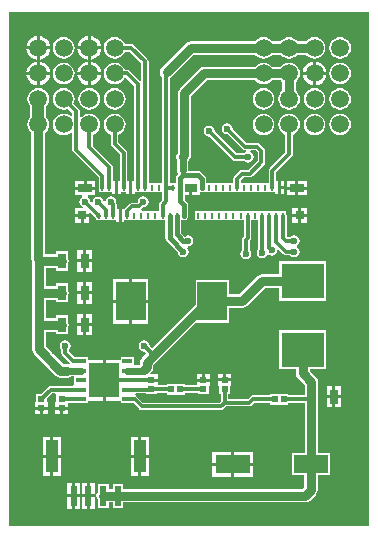
<source format=gtl>
G04*
G04 #@! TF.GenerationSoftware,Altium Limited,Altium Designer,18.0.7 (293)*
G04*
G04 Layer_Physical_Order=1*
G04 Layer_Color=255*
%FSLAX25Y25*%
%MOIN*%
G70*
G01*
G75*
%ADD11C,0.01181*%
%ADD17R,0.02756X0.02756*%
%ADD18R,0.00866X0.02047*%
%ADD19R,0.04724X0.02756*%
%ADD20R,0.03937X0.02756*%
%ADD21R,0.01968X0.02362*%
%ADD22R,0.02362X0.01968*%
%ADD23R,0.09843X0.12992*%
%ADD24R,0.11614X0.06299*%
%ADD25R,0.02756X0.05118*%
%ADD26R,0.02362X0.06693*%
%ADD27R,0.03937X0.11024*%
%ADD28R,0.14173X0.11811*%
%ADD32R,0.10200X0.11800*%
%ADD46R,0.03300X0.01400*%
%ADD47C,0.02362*%
%ADD48C,0.03150*%
%ADD49C,0.01575*%
%ADD50C,0.01500*%
%ADD51C,0.03937*%
%ADD52C,0.05906*%
%ADD53C,0.02362*%
G36*
X123031Y2953D02*
X2953D01*
Y174213D01*
X123031D01*
Y2953D01*
D02*
G37*
%LPC*%
G36*
X104803Y165976D02*
X103868Y165853D01*
X102996Y165492D01*
X102248Y164917D01*
X102012Y164610D01*
X99090D01*
X98854Y164917D01*
X98106Y165492D01*
X97234Y165853D01*
X96299Y165976D01*
X95364Y165853D01*
X94492Y165492D01*
X93744Y164917D01*
X93508Y164610D01*
X90586D01*
X90351Y164917D01*
X89602Y165492D01*
X88731Y165853D01*
X87795Y165976D01*
X86860Y165853D01*
X85988Y165492D01*
X85240Y164917D01*
X85004Y164610D01*
X63543D01*
X62683Y164439D01*
X61954Y163952D01*
X53922Y155920D01*
X53435Y155191D01*
X53264Y154331D01*
X53435Y153471D01*
X53922Y152741D01*
X54071Y152642D01*
Y117958D01*
X54016Y117480D01*
X53571Y117480D01*
X52153D01*
X51890Y117480D01*
X51390Y117480D01*
X49528Y117480D01*
X49473Y117958D01*
Y157874D01*
X49378Y158350D01*
X49108Y158754D01*
X44620Y163242D01*
X44216Y163512D01*
X43740Y163607D01*
X41551D01*
X41318Y164169D01*
X40744Y164917D01*
X39996Y165492D01*
X39124Y165853D01*
X38189Y165976D01*
X37254Y165853D01*
X36382Y165492D01*
X35634Y164917D01*
X35059Y164169D01*
X34699Y163297D01*
X34575Y162362D01*
X34699Y161427D01*
X35059Y160555D01*
X35634Y159807D01*
X36382Y159233D01*
X37254Y158872D01*
X38189Y158749D01*
X39124Y158872D01*
X39996Y159233D01*
X40744Y159807D01*
X41318Y160555D01*
X41551Y161118D01*
X43225D01*
X46984Y157359D01*
Y151644D01*
X46484Y151437D01*
X43183Y154738D01*
X42779Y155008D01*
X42303Y155103D01*
X41551D01*
X41318Y155665D01*
X40744Y156413D01*
X39996Y156988D01*
X39124Y157349D01*
X38189Y157472D01*
X37254Y157349D01*
X36382Y156988D01*
X35634Y156413D01*
X35059Y155665D01*
X34699Y154794D01*
X34575Y153858D01*
X34699Y152923D01*
X35059Y152051D01*
X35634Y151303D01*
X36382Y150729D01*
X37254Y150368D01*
X38189Y150245D01*
X39124Y150368D01*
X39996Y150729D01*
X40744Y151303D01*
X41318Y152051D01*
X41420Y152296D01*
X42003Y152398D01*
X44622Y149780D01*
Y117850D01*
X44004D01*
Y115827D01*
Y113803D01*
X44937D01*
Y114173D01*
X46929D01*
Y114173D01*
X47165D01*
Y114173D01*
X49028D01*
X49291Y114173D01*
X49791Y114173D01*
X51390D01*
X51653Y114173D01*
X52153Y114173D01*
X54016Y114173D01*
X54071Y113696D01*
Y111736D01*
X53254Y110919D01*
X52984Y110516D01*
X52890Y110039D01*
Y108627D01*
X52835Y108150D01*
X52390Y108150D01*
X50972D01*
X50709Y108150D01*
X50209Y108150D01*
X48610D01*
X48346Y108150D01*
X47846Y108150D01*
X47265D01*
X47113Y108650D01*
X47140Y108667D01*
X47664Y109192D01*
X47736Y109177D01*
X48443Y109318D01*
X49042Y109718D01*
X49442Y110317D01*
X49583Y111024D01*
X49442Y111730D01*
X49042Y112329D01*
X48443Y112730D01*
X47736Y112870D01*
X47030Y112730D01*
X46431Y112329D01*
X46030Y111730D01*
X45890Y111024D01*
X45455Y110792D01*
X43996D01*
X43520Y110697D01*
X43116Y110427D01*
X41443Y108754D01*
X41286Y108520D01*
X40461D01*
Y106496D01*
Y104472D01*
X41394D01*
Y104842D01*
X43122D01*
X43386Y104842D01*
Y104842D01*
X43622D01*
X43622Y104842D01*
X45484D01*
X45748Y104842D01*
X46248Y104842D01*
X47846D01*
X48110Y104842D01*
X48610Y104842D01*
X50209D01*
X50472Y104842D01*
X50972Y104842D01*
X52571D01*
X52835Y104842D01*
X53335Y104842D01*
X55089D01*
Y99016D01*
X55196Y98477D01*
X55501Y98021D01*
X59213Y94309D01*
X59318Y93782D01*
X59718Y93182D01*
X60317Y92782D01*
X61024Y92642D01*
X61730Y92782D01*
X62329Y93182D01*
X62730Y93782D01*
X62870Y94488D01*
X62730Y95195D01*
X62379Y95719D01*
X62501Y96027D01*
X62621Y96189D01*
X63305Y96326D01*
X63904Y96726D01*
X64304Y97325D01*
X64445Y98032D01*
X64304Y98738D01*
X63904Y99337D01*
X63305Y99737D01*
X62598Y99878D01*
X61892Y99737D01*
X61537Y99500D01*
X60265Y100772D01*
Y104842D01*
X62283D01*
Y105536D01*
X62556Y105943D01*
X62666Y106496D01*
Y110039D01*
X62556Y110592D01*
X62242Y111061D01*
X61484Y111819D01*
Y113213D01*
X63083D01*
Y115591D01*
X64083D01*
Y113213D01*
X66551D01*
Y114173D01*
X67925D01*
X68189Y114173D01*
Y114173D01*
X68425D01*
X68425Y114173D01*
X70287D01*
X70551Y114173D01*
X71051Y114173D01*
X72650D01*
X72913Y114173D01*
X73413Y114173D01*
X75012D01*
X75276Y114173D01*
X75776Y114173D01*
X77374D01*
X77638Y114173D01*
X78138Y114173D01*
X79736D01*
X80000Y114173D01*
X80500Y114173D01*
X82098D01*
X82362Y114173D01*
X82862Y114173D01*
X84461D01*
X84724Y114173D01*
X85224Y114173D01*
X86823D01*
X87087Y114173D01*
X87587Y114173D01*
X89185D01*
X89449Y114173D01*
X89949Y114173D01*
X91677D01*
Y113803D01*
X92610D01*
Y115827D01*
Y117850D01*
X91992D01*
Y120941D01*
X97179Y126128D01*
X97449Y126532D01*
X97544Y127008D01*
Y133488D01*
X98106Y133721D01*
X98854Y134295D01*
X99429Y135044D01*
X99790Y135915D01*
X99913Y136850D01*
X99790Y137786D01*
X99429Y138657D01*
X98854Y139406D01*
X98106Y139980D01*
X97234Y140341D01*
X96299Y140464D01*
X95364Y140341D01*
X94492Y139980D01*
X93744Y139406D01*
X93170Y138657D01*
X92809Y137786D01*
X92686Y136850D01*
X92809Y135915D01*
X93170Y135044D01*
X93744Y134295D01*
X94492Y133721D01*
X95055Y133488D01*
Y127523D01*
X89868Y122337D01*
X89598Y121933D01*
X89504Y121457D01*
Y117958D01*
X89449Y117480D01*
X89004Y117480D01*
X87587D01*
X87323Y117480D01*
X86823Y117480D01*
X85224D01*
X84961Y117480D01*
X84461Y117480D01*
X82862D01*
X82598Y117480D01*
X82098Y117480D01*
X80236Y117480D01*
X80181Y117958D01*
Y118284D01*
X81126Y119228D01*
X83268D01*
X83744Y119323D01*
X84148Y119592D01*
X87986Y123431D01*
X88256Y123835D01*
X88351Y124311D01*
Y128051D01*
X88256Y128527D01*
X87986Y128931D01*
X86608Y130309D01*
X86205Y130579D01*
X85728Y130674D01*
X82208D01*
X77521Y135361D01*
X77535Y135433D01*
X77395Y136140D01*
X76995Y136739D01*
X76396Y137139D01*
X75689Y137280D01*
X74982Y137139D01*
X74383Y136739D01*
X73983Y136140D01*
X73843Y135433D01*
X73983Y134726D01*
X74383Y134127D01*
X74982Y133727D01*
X75689Y133587D01*
X75761Y133601D01*
X80813Y128549D01*
X81217Y128279D01*
X81693Y128185D01*
X81894D01*
X81971Y127690D01*
X81371Y127290D01*
X81331Y127229D01*
X78862D01*
X71517Y134573D01*
X71531Y134646D01*
X71391Y135352D01*
X70991Y135951D01*
X70392Y136352D01*
X69685Y136492D01*
X68978Y136352D01*
X68379Y135951D01*
X67979Y135352D01*
X67839Y134646D01*
X67979Y133939D01*
X68379Y133340D01*
X68978Y132940D01*
X69685Y132799D01*
X69757Y132814D01*
X77466Y125104D01*
X77870Y124835D01*
X78347Y124740D01*
X81331D01*
X81371Y124679D01*
X81971Y124278D01*
X82677Y124138D01*
X83384Y124278D01*
X83983Y124679D01*
X84383Y125278D01*
X84524Y125984D01*
X84383Y126691D01*
X83983Y127290D01*
X83384Y127690D01*
X83460Y128185D01*
X85213D01*
X85862Y127536D01*
Y124827D01*
X82752Y121717D01*
X80610D01*
X80134Y121622D01*
X79730Y121352D01*
X78057Y119679D01*
X77787Y119275D01*
X77693Y118799D01*
Y117958D01*
X77638Y117480D01*
X77193Y117480D01*
X75776D01*
X75512Y117480D01*
X75012Y117480D01*
X73413D01*
X73150Y117480D01*
X72650Y117480D01*
X71051D01*
X70787Y117480D01*
X70287Y117480D01*
X68571D01*
Y118701D01*
X68461Y119254D01*
X68148Y119723D01*
X67006Y120864D01*
X66537Y121178D01*
X65984Y121288D01*
X62924D01*
X62607Y121674D01*
X62634Y121811D01*
Y124426D01*
X63100Y125124D01*
X63112Y125182D01*
X63494Y125754D01*
X63665Y126614D01*
Y146313D01*
X68963Y151610D01*
X85004D01*
X85240Y151303D01*
X85988Y150729D01*
X86860Y150368D01*
X87795Y150245D01*
X88731Y150368D01*
X89602Y150729D01*
X90351Y151303D01*
X90586Y151610D01*
X93508D01*
X93744Y151303D01*
X94051Y151067D01*
Y148145D01*
X93744Y147909D01*
X93170Y147161D01*
X92809Y146290D01*
X92686Y145354D01*
X92809Y144419D01*
X93170Y143547D01*
X93744Y142799D01*
X94492Y142225D01*
X95364Y141864D01*
X96299Y141741D01*
X97234Y141864D01*
X98106Y142225D01*
X98854Y142799D01*
X99429Y143547D01*
X99790Y144419D01*
X99913Y145354D01*
X99790Y146290D01*
X99429Y147161D01*
X98854Y147909D01*
X98547Y148145D01*
Y151067D01*
X98854Y151303D01*
X99429Y152051D01*
X99790Y152923D01*
X99913Y153858D01*
X99790Y154794D01*
X99429Y155665D01*
X98854Y156413D01*
X98106Y156988D01*
X97234Y157349D01*
X96299Y157472D01*
X95364Y157349D01*
X94492Y156988D01*
X93744Y156413D01*
X93508Y156106D01*
X90586D01*
X90351Y156413D01*
X89602Y156988D01*
X88731Y157349D01*
X87795Y157472D01*
X86860Y157349D01*
X85988Y156988D01*
X85240Y156413D01*
X85004Y156106D01*
X68032D01*
X67171Y155935D01*
X66442Y155448D01*
X59828Y148834D01*
X59341Y148104D01*
X59169Y147244D01*
Y127414D01*
X58947Y127081D01*
X58776Y126221D01*
Y125984D01*
X58941Y125154D01*
Y121811D01*
X59082Y121104D01*
X59342Y120714D01*
Y120441D01*
X59017Y120116D01*
X58704Y119648D01*
X58594Y119095D01*
Y117480D01*
X56614D01*
X56559Y117958D01*
Y152379D01*
X57101Y152741D01*
X64474Y160114D01*
X85004D01*
X85240Y159807D01*
X85988Y159233D01*
X86860Y158872D01*
X87795Y158749D01*
X88731Y158872D01*
X89602Y159233D01*
X90351Y159807D01*
X90586Y160114D01*
X93508D01*
X93744Y159807D01*
X94492Y159233D01*
X95364Y158872D01*
X96299Y158749D01*
X97234Y158872D01*
X98106Y159233D01*
X98854Y159807D01*
X99090Y160114D01*
X102012D01*
X102248Y159807D01*
X102996Y159233D01*
X103868Y158872D01*
X104803Y158749D01*
X105738Y158872D01*
X106610Y159233D01*
X107358Y159807D01*
X107933Y160555D01*
X108294Y161427D01*
X108417Y162362D01*
X108294Y163297D01*
X107933Y164169D01*
X107358Y164917D01*
X106610Y165492D01*
X105738Y165853D01*
X104803Y165976D01*
D02*
G37*
G36*
X30185Y166283D02*
Y162862D01*
X33606D01*
X33536Y163394D01*
X33138Y164356D01*
X32504Y165181D01*
X31679Y165815D01*
X30717Y166213D01*
X30185Y166283D01*
D02*
G37*
G36*
X13177D02*
Y162862D01*
X16598D01*
X16528Y163394D01*
X16130Y164356D01*
X15496Y165181D01*
X14671Y165815D01*
X13709Y166213D01*
X13177Y166283D01*
D02*
G37*
G36*
X12177Y166283D02*
X11645Y166213D01*
X10684Y165815D01*
X9858Y165181D01*
X9224Y164356D01*
X8826Y163394D01*
X8756Y162862D01*
X12177D01*
Y166283D01*
D02*
G37*
G36*
X29185D02*
X28653Y166213D01*
X27692Y165815D01*
X26866Y165181D01*
X26232Y164356D01*
X25834Y163394D01*
X25764Y162862D01*
X29185D01*
Y166283D01*
D02*
G37*
G36*
X113307Y165976D02*
X112372Y165853D01*
X111500Y165492D01*
X110752Y164917D01*
X110178Y164169D01*
X109817Y163297D01*
X109694Y162362D01*
X109817Y161427D01*
X110178Y160555D01*
X110752Y159807D01*
X111500Y159233D01*
X112372Y158872D01*
X113307Y158749D01*
X114242Y158872D01*
X115114Y159233D01*
X115862Y159807D01*
X116437Y160555D01*
X116797Y161427D01*
X116921Y162362D01*
X116797Y163297D01*
X116437Y164169D01*
X115862Y164917D01*
X115114Y165492D01*
X114242Y165853D01*
X113307Y165976D01*
D02*
G37*
G36*
X21181D02*
X20246Y165853D01*
X19374Y165492D01*
X18626Y164917D01*
X18052Y164169D01*
X17691Y163297D01*
X17568Y162362D01*
X17691Y161427D01*
X18052Y160555D01*
X18626Y159807D01*
X19374Y159233D01*
X20246Y158872D01*
X21181Y158749D01*
X22116Y158872D01*
X22988Y159233D01*
X23736Y159807D01*
X24311Y160555D01*
X24672Y161427D01*
X24795Y162362D01*
X24672Y163297D01*
X24311Y164169D01*
X23736Y164917D01*
X22988Y165492D01*
X22116Y165853D01*
X21181Y165976D01*
D02*
G37*
G36*
X33606Y161862D02*
X30185D01*
Y158441D01*
X30717Y158511D01*
X31679Y158909D01*
X32504Y159543D01*
X33138Y160369D01*
X33536Y161330D01*
X33606Y161862D01*
D02*
G37*
G36*
X16598D02*
X13177D01*
Y158441D01*
X13709Y158511D01*
X14671Y158909D01*
X15496Y159543D01*
X16130Y160369D01*
X16528Y161330D01*
X16598Y161862D01*
D02*
G37*
G36*
X12177D02*
X8756D01*
X8826Y161330D01*
X9224Y160369D01*
X9858Y159543D01*
X10684Y158909D01*
X11645Y158511D01*
X12177Y158441D01*
Y161862D01*
D02*
G37*
G36*
X29185D02*
X25764D01*
X25834Y161330D01*
X26232Y160369D01*
X26866Y159543D01*
X27692Y158909D01*
X28653Y158511D01*
X29185Y158441D01*
Y161862D01*
D02*
G37*
G36*
X30185Y157779D02*
Y154358D01*
X33606D01*
X33536Y154890D01*
X33138Y155852D01*
X32504Y156677D01*
X31679Y157311D01*
X30717Y157709D01*
X30185Y157779D01*
D02*
G37*
G36*
X13177D02*
Y154358D01*
X16598D01*
X16528Y154890D01*
X16130Y155852D01*
X15496Y156677D01*
X14671Y157311D01*
X13709Y157709D01*
X13177Y157779D01*
D02*
G37*
G36*
X105303Y157779D02*
Y154358D01*
X108724D01*
X108654Y154890D01*
X108256Y155852D01*
X107622Y156677D01*
X106797Y157311D01*
X105835Y157709D01*
X105303Y157779D01*
D02*
G37*
G36*
X104303Y157779D02*
X103771Y157709D01*
X102810Y157311D01*
X101984Y156677D01*
X101350Y155852D01*
X100952Y154890D01*
X100882Y154358D01*
X104303D01*
Y157779D01*
D02*
G37*
G36*
X12177Y157779D02*
X11645Y157709D01*
X10684Y157311D01*
X9858Y156677D01*
X9224Y155852D01*
X8826Y154890D01*
X8756Y154358D01*
X12177D01*
Y157779D01*
D02*
G37*
G36*
X29185D02*
X28653Y157709D01*
X27692Y157311D01*
X26866Y156677D01*
X26232Y155852D01*
X25834Y154890D01*
X25764Y154358D01*
X29185D01*
Y157779D01*
D02*
G37*
G36*
X113307Y157472D02*
X112372Y157349D01*
X111500Y156988D01*
X110752Y156413D01*
X110178Y155665D01*
X109817Y154794D01*
X109694Y153858D01*
X109817Y152923D01*
X110178Y152051D01*
X110752Y151303D01*
X111500Y150729D01*
X112372Y150368D01*
X113307Y150245D01*
X114242Y150368D01*
X115114Y150729D01*
X115862Y151303D01*
X116437Y152051D01*
X116797Y152923D01*
X116921Y153858D01*
X116797Y154794D01*
X116437Y155665D01*
X115862Y156413D01*
X115114Y156988D01*
X114242Y157349D01*
X113307Y157472D01*
D02*
G37*
G36*
X21181D02*
X20246Y157349D01*
X19374Y156988D01*
X18626Y156413D01*
X18052Y155665D01*
X17691Y154794D01*
X17568Y153858D01*
X17691Y152923D01*
X18052Y152051D01*
X18626Y151303D01*
X19374Y150729D01*
X20246Y150368D01*
X21181Y150245D01*
X22116Y150368D01*
X22988Y150729D01*
X23736Y151303D01*
X24311Y152051D01*
X24672Y152923D01*
X24795Y153858D01*
X24672Y154794D01*
X24311Y155665D01*
X23736Y156413D01*
X22988Y156988D01*
X22116Y157349D01*
X21181Y157472D01*
D02*
G37*
G36*
X33606Y153358D02*
X30185D01*
Y149937D01*
X30717Y150007D01*
X31679Y150406D01*
X32504Y151039D01*
X33138Y151865D01*
X33536Y152826D01*
X33606Y153358D01*
D02*
G37*
G36*
X16598D02*
X13177D01*
Y149937D01*
X13709Y150007D01*
X14671Y150406D01*
X15496Y151039D01*
X16130Y151865D01*
X16528Y152826D01*
X16598Y153358D01*
D02*
G37*
G36*
X104303D02*
X100882D01*
X100952Y152826D01*
X101350Y151865D01*
X101984Y151039D01*
X102810Y150406D01*
X103771Y150007D01*
X104303Y149937D01*
Y153358D01*
D02*
G37*
G36*
X108724D02*
X105303D01*
Y149937D01*
X105835Y150007D01*
X106797Y150406D01*
X107622Y151039D01*
X108256Y151865D01*
X108654Y152826D01*
X108724Y153358D01*
D02*
G37*
G36*
X12177D02*
X8756D01*
X8826Y152826D01*
X9224Y151865D01*
X9858Y151039D01*
X10684Y150406D01*
X11645Y150007D01*
X12177Y149937D01*
Y153358D01*
D02*
G37*
G36*
X29185D02*
X25764D01*
X25834Y152826D01*
X26232Y151865D01*
X26866Y151039D01*
X27692Y150406D01*
X28653Y150007D01*
X29185Y149937D01*
Y153358D01*
D02*
G37*
G36*
X113307Y148968D02*
X112372Y148845D01*
X111500Y148484D01*
X110752Y147909D01*
X110178Y147161D01*
X109817Y146290D01*
X109694Y145354D01*
X109817Y144419D01*
X110178Y143547D01*
X110752Y142799D01*
X111500Y142225D01*
X112372Y141864D01*
X113307Y141741D01*
X114242Y141864D01*
X115114Y142225D01*
X115862Y142799D01*
X116437Y143547D01*
X116797Y144419D01*
X116921Y145354D01*
X116797Y146290D01*
X116437Y147161D01*
X115862Y147909D01*
X115114Y148484D01*
X114242Y148845D01*
X113307Y148968D01*
D02*
G37*
G36*
X104803D02*
X103868Y148845D01*
X102996Y148484D01*
X102248Y147909D01*
X101674Y147161D01*
X101313Y146290D01*
X101190Y145354D01*
X101313Y144419D01*
X101674Y143547D01*
X102248Y142799D01*
X102996Y142225D01*
X103868Y141864D01*
X104803Y141741D01*
X105738Y141864D01*
X106610Y142225D01*
X107358Y142799D01*
X107933Y143547D01*
X108294Y144419D01*
X108417Y145354D01*
X108294Y146290D01*
X107933Y147161D01*
X107358Y147909D01*
X106610Y148484D01*
X105738Y148845D01*
X104803Y148968D01*
D02*
G37*
G36*
X87795D02*
X86860Y148845D01*
X85988Y148484D01*
X85240Y147909D01*
X84666Y147161D01*
X84305Y146290D01*
X84182Y145354D01*
X84305Y144419D01*
X84666Y143547D01*
X85240Y142799D01*
X85988Y142225D01*
X86860Y141864D01*
X87795Y141741D01*
X88731Y141864D01*
X89602Y142225D01*
X90351Y142799D01*
X90925Y143547D01*
X91286Y144419D01*
X91409Y145354D01*
X91286Y146290D01*
X90925Y147161D01*
X90351Y147909D01*
X89602Y148484D01*
X88731Y148845D01*
X87795Y148968D01*
D02*
G37*
G36*
X38189D02*
X37254Y148845D01*
X36382Y148484D01*
X35634Y147909D01*
X35059Y147161D01*
X34699Y146290D01*
X34575Y145354D01*
X34699Y144419D01*
X35059Y143547D01*
X35634Y142799D01*
X36382Y142225D01*
X37254Y141864D01*
X38189Y141741D01*
X39124Y141864D01*
X39996Y142225D01*
X40744Y142799D01*
X41318Y143547D01*
X41679Y144419D01*
X41803Y145354D01*
X41679Y146290D01*
X41318Y147161D01*
X40744Y147909D01*
X39996Y148484D01*
X39124Y148845D01*
X38189Y148968D01*
D02*
G37*
G36*
X29685D02*
X28750Y148845D01*
X27878Y148484D01*
X27130Y147909D01*
X26556Y147161D01*
X26195Y146290D01*
X26072Y145354D01*
X26195Y144419D01*
X26556Y143547D01*
X27130Y142799D01*
X27878Y142225D01*
X28750Y141864D01*
X29685Y141741D01*
X30620Y141864D01*
X31492Y142225D01*
X32240Y142799D01*
X32814Y143547D01*
X33176Y144419D01*
X33299Y145354D01*
X33176Y146290D01*
X32814Y147161D01*
X32240Y147909D01*
X31492Y148484D01*
X30620Y148845D01*
X29685Y148968D01*
D02*
G37*
G36*
X21181D02*
X20246Y148845D01*
X19374Y148484D01*
X18626Y147909D01*
X18052Y147161D01*
X17691Y146290D01*
X17568Y145354D01*
X17691Y144419D01*
X18052Y143547D01*
X18626Y142799D01*
X19374Y142225D01*
X20246Y141864D01*
X21181Y141741D01*
X22116Y141864D01*
X22679Y142097D01*
X24110Y140666D01*
Y139682D01*
X23610Y139503D01*
X22988Y139980D01*
X22116Y140341D01*
X21181Y140464D01*
X20246Y140341D01*
X19374Y139980D01*
X18626Y139406D01*
X18052Y138657D01*
X17691Y137786D01*
X17568Y136850D01*
X17691Y135915D01*
X18052Y135044D01*
X18626Y134295D01*
X19374Y133721D01*
X20246Y133360D01*
X21181Y133237D01*
X22116Y133360D01*
X22988Y133721D01*
X23610Y134198D01*
X24110Y134019D01*
Y128386D01*
X24205Y127910D01*
X24474Y127506D01*
X32811Y119170D01*
Y115827D01*
X32906Y115351D01*
X32992Y115221D01*
Y114173D01*
X35118D01*
Y114173D01*
X35354D01*
Y114173D01*
X37347D01*
Y113803D01*
X38280D01*
Y115827D01*
Y117850D01*
X37662D01*
Y122539D01*
X37567Y123016D01*
X37297Y123419D01*
X30929Y129787D01*
Y133488D01*
X31492Y133721D01*
X32240Y134295D01*
X32814Y135044D01*
X33176Y135915D01*
X33299Y136850D01*
X33176Y137786D01*
X32814Y138657D01*
X32240Y139406D01*
X31492Y139980D01*
X30620Y140341D01*
X29685Y140464D01*
X28750Y140341D01*
X27878Y139980D01*
X27130Y139406D01*
X27072Y139330D01*
X26599Y139491D01*
Y141181D01*
X26504Y141657D01*
X26234Y142061D01*
X24439Y143857D01*
X24672Y144419D01*
X24795Y145354D01*
X24672Y146290D01*
X24311Y147161D01*
X23736Y147909D01*
X22988Y148484D01*
X22116Y148845D01*
X21181Y148968D01*
D02*
G37*
G36*
X113307Y140464D02*
X112372Y140341D01*
X111500Y139980D01*
X110752Y139406D01*
X110178Y138657D01*
X109817Y137786D01*
X109694Y136850D01*
X109817Y135915D01*
X110178Y135044D01*
X110752Y134295D01*
X111500Y133721D01*
X112372Y133360D01*
X113307Y133237D01*
X114242Y133360D01*
X115114Y133721D01*
X115862Y134295D01*
X116437Y135044D01*
X116797Y135915D01*
X116921Y136850D01*
X116797Y137786D01*
X116437Y138657D01*
X115862Y139406D01*
X115114Y139980D01*
X114242Y140341D01*
X113307Y140464D01*
D02*
G37*
G36*
X104803D02*
X103868Y140341D01*
X102996Y139980D01*
X102248Y139406D01*
X101674Y138657D01*
X101313Y137786D01*
X101190Y136850D01*
X101313Y135915D01*
X101674Y135044D01*
X102248Y134295D01*
X102996Y133721D01*
X103868Y133360D01*
X104803Y133237D01*
X105738Y133360D01*
X106610Y133721D01*
X107358Y134295D01*
X107933Y135044D01*
X108294Y135915D01*
X108417Y136850D01*
X108294Y137786D01*
X107933Y138657D01*
X107358Y139406D01*
X106610Y139980D01*
X105738Y140341D01*
X104803Y140464D01*
D02*
G37*
G36*
X87795D02*
X86860Y140341D01*
X85988Y139980D01*
X85240Y139406D01*
X84666Y138657D01*
X84305Y137786D01*
X84182Y136850D01*
X84305Y135915D01*
X84666Y135044D01*
X85240Y134295D01*
X85988Y133721D01*
X86860Y133360D01*
X87795Y133237D01*
X88731Y133360D01*
X89602Y133721D01*
X90351Y134295D01*
X90925Y135044D01*
X91286Y135915D01*
X91409Y136850D01*
X91286Y137786D01*
X90925Y138657D01*
X90351Y139406D01*
X89602Y139980D01*
X88731Y140341D01*
X87795Y140464D01*
D02*
G37*
G36*
X94543Y117850D02*
X93610D01*
Y116327D01*
X94543D01*
Y117850D01*
D02*
G37*
G36*
X102181Y117968D02*
X99319D01*
Y116091D01*
X102181D01*
Y117968D01*
D02*
G37*
G36*
X98319D02*
X95457D01*
Y116091D01*
X98319D01*
Y117968D01*
D02*
G37*
G36*
X31709D02*
X28846D01*
Y116091D01*
X31709D01*
Y117968D01*
D02*
G37*
G36*
X27847D02*
X24984D01*
Y116091D01*
X27847D01*
Y117968D01*
D02*
G37*
G36*
X94543Y115327D02*
X93610D01*
Y113803D01*
X94543D01*
Y115327D01*
D02*
G37*
G36*
X38189Y140464D02*
X37254Y140341D01*
X36382Y139980D01*
X35634Y139406D01*
X35059Y138657D01*
X34699Y137786D01*
X34575Y136850D01*
X34699Y135915D01*
X35059Y135044D01*
X35634Y134295D01*
X36382Y133721D01*
X36945Y133488D01*
Y130413D01*
X37039Y129937D01*
X37309Y129534D01*
X39897Y126945D01*
Y117850D01*
X39279D01*
Y115827D01*
Y113803D01*
X40213D01*
Y114173D01*
X42071D01*
Y113803D01*
X43004D01*
Y115827D01*
Y117850D01*
X42386D01*
Y127461D01*
X42291Y127937D01*
X42022Y128340D01*
X39433Y130929D01*
Y133488D01*
X39996Y133721D01*
X40744Y134295D01*
X41318Y135044D01*
X41679Y135915D01*
X41803Y136850D01*
X41679Y137786D01*
X41318Y138657D01*
X40744Y139406D01*
X39996Y139980D01*
X39124Y140341D01*
X38189Y140464D01*
D02*
G37*
G36*
X102181Y115091D02*
X99319D01*
Y113213D01*
X102181D01*
Y115091D01*
D02*
G37*
G36*
X98319D02*
X95457D01*
Y113213D01*
X98319D01*
Y115091D01*
D02*
G37*
G36*
X88268Y108150D02*
Y108150D01*
X86142Y108150D01*
X85642Y108150D01*
X84043D01*
X83780Y108150D01*
X83280Y108150D01*
X81681D01*
X81417Y108150D01*
X80917Y108150D01*
X79319D01*
X79055Y108150D01*
X78555Y108150D01*
X76957D01*
X76693Y108150D01*
X76193Y108150D01*
X74594D01*
X74331Y108150D01*
X73831Y108150D01*
X72232D01*
X71969Y108150D01*
X71469Y108150D01*
X69870D01*
X69606Y108150D01*
X69106Y108150D01*
X67508D01*
X67244Y108150D01*
X66744Y108150D01*
X64882D01*
Y104842D01*
X66744D01*
X67008Y104842D01*
X67508Y104842D01*
X69106D01*
X69370Y104842D01*
X69870Y104842D01*
X71469D01*
X71732Y104842D01*
X72232Y104842D01*
X73831D01*
X74094Y104842D01*
X74594Y104842D01*
X76193D01*
X76457Y104842D01*
X76957Y104842D01*
X78555D01*
X78819Y104842D01*
X79319Y104842D01*
X81181Y104842D01*
X81236Y104365D01*
Y99531D01*
X81010Y99305D01*
X80740Y98901D01*
X80645Y98425D01*
Y95047D01*
X80584Y95007D01*
X80184Y94407D01*
X80043Y93701D01*
X80184Y92994D01*
X80584Y92395D01*
X81183Y91995D01*
X81890Y91854D01*
X82596Y91995D01*
X83195Y92395D01*
X83596Y92994D01*
X83736Y93701D01*
X83596Y94407D01*
X83195Y95007D01*
X83134Y95047D01*
Y97910D01*
X83360Y98136D01*
X83630Y98540D01*
X83725Y99016D01*
Y104365D01*
X83780Y104842D01*
X84225Y104842D01*
X85905Y104842D01*
X85960Y104365D01*
Y95197D01*
X85696Y94801D01*
X85555Y94095D01*
X85696Y93388D01*
X86096Y92789D01*
X86695Y92388D01*
X87402Y92248D01*
X88108Y92388D01*
X88707Y92789D01*
X88981Y93198D01*
X89113Y93387D01*
X89607Y93335D01*
X89845Y93176D01*
X90551Y93035D01*
X91258Y93176D01*
X91857Y93576D01*
X92257Y94175D01*
X92398Y94882D01*
X92393Y94903D01*
X92854Y95150D01*
X94396Y93608D01*
X94799Y93339D01*
X95276Y93244D01*
X96685D01*
X96726Y93182D01*
X97325Y92782D01*
X98032Y92642D01*
X98738Y92782D01*
X99337Y93182D01*
X99737Y93782D01*
X99878Y94488D01*
X99737Y95195D01*
X99337Y95794D01*
X99090Y95959D01*
Y96561D01*
X99337Y96726D01*
X99737Y97325D01*
X99878Y98032D01*
X99737Y98738D01*
X99337Y99337D01*
X98738Y99737D01*
X98032Y99878D01*
X97325Y99737D01*
X96726Y99337D01*
X96685Y99276D01*
X95783D01*
X95536Y99523D01*
Y106496D01*
X95441Y106972D01*
X95354Y107102D01*
Y108150D01*
X93228D01*
Y108150D01*
X92992D01*
Y108150D01*
X90866D01*
Y108150D01*
X90630D01*
Y108150D01*
X90366Y108150D01*
X88504D01*
Y108150D01*
X88268D01*
D02*
G37*
G36*
X102181Y108913D02*
X100303D01*
Y107035D01*
X102181D01*
Y108913D01*
D02*
G37*
G36*
X99303D02*
X97425D01*
Y107035D01*
X99303D01*
Y108913D01*
D02*
G37*
G36*
X31709Y115091D02*
X24984D01*
Y113213D01*
X27217D01*
X27369Y112713D01*
X26942Y112428D01*
X26542Y111829D01*
X26401Y111122D01*
X26542Y110415D01*
X26942Y109816D01*
X27541Y109416D01*
X27555Y109413D01*
X27506Y108913D01*
X24984D01*
Y107035D01*
X29740D01*
Y107217D01*
X30202Y107408D01*
X31697Y105913D01*
X31811Y105743D01*
Y104842D01*
X33937D01*
Y104842D01*
X34173D01*
Y104842D01*
X36299D01*
Y104842D01*
X36536D01*
Y104842D01*
X38528D01*
Y104472D01*
X39461D01*
Y106496D01*
Y108520D01*
X38843D01*
Y110335D01*
X38748Y110811D01*
X38721Y110851D01*
X38756Y111024D01*
X38615Y111730D01*
X38215Y112329D01*
X37616Y112730D01*
X36909Y112870D01*
X36203Y112730D01*
X35604Y112329D01*
X35203Y111730D01*
X35149Y111455D01*
X34585Y111181D01*
X34460Y111244D01*
X34383Y111632D01*
X33983Y112231D01*
X33384Y112631D01*
X32677Y112772D01*
X31971Y112631D01*
X31372Y112231D01*
X30971Y111632D01*
X30863Y111086D01*
X30394Y110889D01*
X30345Y110927D01*
X30087Y111162D01*
X29954Y111829D01*
X29554Y112428D01*
X29127Y112713D01*
X29279Y113213D01*
X31709D01*
Y115091D01*
D02*
G37*
G36*
X102181Y106035D02*
X100303D01*
Y104157D01*
X102181D01*
Y106035D01*
D02*
G37*
G36*
X99303D02*
X97425D01*
Y104157D01*
X99303D01*
Y106035D01*
D02*
G37*
G36*
X29740D02*
X27862D01*
Y104157D01*
X29740D01*
Y106035D01*
D02*
G37*
G36*
X26862D02*
X24984D01*
Y104157D01*
X26862D01*
Y106035D01*
D02*
G37*
G36*
X30528Y94898D02*
X28650D01*
Y91839D01*
X30528D01*
Y94898D01*
D02*
G37*
G36*
X27650D02*
X25772D01*
Y91839D01*
X27650D01*
Y94898D01*
D02*
G37*
G36*
X12677Y148968D02*
X11742Y148845D01*
X10870Y148484D01*
X10122Y147909D01*
X9548Y147161D01*
X9187Y146290D01*
X9064Y145354D01*
X9187Y144419D01*
X9548Y143547D01*
X10056Y142885D01*
Y139320D01*
X9548Y138657D01*
X9187Y137786D01*
X9064Y136850D01*
X9187Y135915D01*
X9548Y135044D01*
X10122Y134295D01*
X10429Y134059D01*
Y92126D01*
X10600Y91266D01*
X10626Y91227D01*
Y80905D01*
Y69882D01*
Y61929D01*
X10797Y61069D01*
X11285Y60340D01*
X18489Y53135D01*
X19218Y52648D01*
X20079Y52477D01*
X22441D01*
X23301Y52648D01*
X23646Y52878D01*
X24590D01*
Y50245D01*
X24590D01*
Y50170D01*
X24126Y49670D01*
X16929D01*
X16453Y49575D01*
X16049Y49305D01*
X13634Y46890D01*
X11969D01*
Y44307D01*
X11598D01*
Y42823D01*
X13780D01*
X15961D01*
Y44307D01*
X15590D01*
Y45327D01*
X17445Y47181D01*
X18282D01*
X18661Y46890D01*
Y44307D01*
X18291D01*
Y42823D01*
X20472D01*
X22654D01*
Y44031D01*
X24590D01*
Y43946D01*
X29150D01*
Y44675D01*
X34146D01*
Y51575D01*
Y58475D01*
X29150D01*
Y59204D01*
X24839D01*
X22898Y61145D01*
Y61646D01*
X22959Y61686D01*
X23359Y62286D01*
X23500Y62992D01*
X23359Y63699D01*
X22959Y64298D01*
X22360Y64698D01*
X21654Y64839D01*
X20947Y64698D01*
X20348Y64298D01*
X19948Y63699D01*
X19807Y62992D01*
X19948Y62286D01*
X20348Y61686D01*
X20409Y61646D01*
Y60630D01*
X20504Y60154D01*
X20774Y59750D01*
X23191Y57333D01*
X22944Y56872D01*
X22441Y56972D01*
X21010D01*
X15122Y62860D01*
Y67831D01*
X18661D01*
Y66890D01*
X22677D01*
Y69115D01*
X22746Y69218D01*
X22917Y70079D01*
X22746Y70939D01*
X22677Y71042D01*
Y73268D01*
X18661D01*
Y72327D01*
X15122D01*
Y78461D01*
X18661D01*
Y77520D01*
X22677D01*
Y79745D01*
X22746Y79848D01*
X22917Y80709D01*
X22746Y81569D01*
X22677Y81672D01*
Y83898D01*
X18661D01*
Y82957D01*
X15122D01*
Y89091D01*
X18661D01*
Y88150D01*
X22677D01*
Y90375D01*
X22746Y90478D01*
X22917Y91339D01*
X22746Y92199D01*
X22677Y92302D01*
Y94528D01*
X18661D01*
Y93586D01*
X14925D01*
Y134059D01*
X15232Y134295D01*
X15807Y135044D01*
X16168Y135915D01*
X16291Y136850D01*
X16168Y137786D01*
X15807Y138657D01*
X15298Y139320D01*
Y142885D01*
X15807Y143547D01*
X16168Y144419D01*
X16291Y145354D01*
X16168Y146290D01*
X15807Y147161D01*
X15232Y147909D01*
X14484Y148484D01*
X13612Y148845D01*
X12677Y148968D01*
D02*
G37*
G36*
X30528Y90839D02*
X28650D01*
Y87779D01*
X30528D01*
Y90839D01*
D02*
G37*
G36*
X27650D02*
X25772D01*
Y87779D01*
X27650D01*
Y90839D01*
D02*
G37*
G36*
X30528Y84268D02*
X28650D01*
Y81209D01*
X30528D01*
Y84268D01*
D02*
G37*
G36*
X27650D02*
X25772D01*
Y81209D01*
X27650D01*
Y84268D01*
D02*
G37*
G36*
X108504Y91181D02*
X93071D01*
Y86894D01*
X87402D01*
X86541Y86722D01*
X85812Y86235D01*
X79777Y80201D01*
X76221D01*
Y85079D01*
X65118D01*
Y76959D01*
X50472Y62312D01*
X49864Y62920D01*
X49878Y62992D01*
X49737Y63699D01*
X49337Y64298D01*
X48738Y64698D01*
X48031Y64839D01*
X47325Y64698D01*
X46726Y64298D01*
X46326Y63699D01*
X46185Y62992D01*
X46326Y62286D01*
X46726Y61686D01*
X47325Y61286D01*
X48031Y61146D01*
X48104Y61160D01*
X48712Y60552D01*
X47229Y59070D01*
X46742Y58341D01*
X46571Y57480D01*
Y56837D01*
X46442Y56708D01*
X46351Y56571D01*
X44701D01*
Y59204D01*
X40141D01*
Y58475D01*
X35146D01*
Y51575D01*
Y44675D01*
X40141D01*
Y43946D01*
X44452D01*
X46364Y42033D01*
X46768Y41764D01*
X47244Y41669D01*
X73622D01*
X74098Y41764D01*
X74502Y42033D01*
X75319Y42850D01*
X83071D01*
X83547Y42945D01*
X83951Y43215D01*
X84767Y44031D01*
X89921D01*
Y43465D01*
X96102D01*
Y44031D01*
X101492D01*
Y27402D01*
X97205D01*
Y19842D01*
X101394D01*
Y15990D01*
X100742Y15338D01*
X41083D01*
Y17067D01*
X37461D01*
Y15338D01*
X36161D01*
Y17067D01*
X32539D01*
Y14349D01*
X32274Y13951D01*
X32103Y13091D01*
X32274Y12230D01*
X32539Y11833D01*
Y9114D01*
X36161D01*
Y10843D01*
X37461D01*
Y9114D01*
X41083D01*
Y10843D01*
X101673D01*
X102533Y11014D01*
X103263Y11501D01*
X105231Y13469D01*
X105719Y14199D01*
X105890Y15059D01*
Y19842D01*
X110079D01*
Y27402D01*
X105988D01*
Y46063D01*
Y50984D01*
X105817Y51845D01*
X105330Y52574D01*
X103128Y54776D01*
X103259Y55276D01*
X108504D01*
Y68347D01*
X93071D01*
Y55276D01*
X98540D01*
Y53937D01*
X98711Y53077D01*
X99198Y52347D01*
X101492Y50053D01*
Y46520D01*
X96102D01*
Y47087D01*
X89921D01*
Y46520D01*
X84252D01*
X83776Y46425D01*
X83372Y46156D01*
X82555Y45339D01*
X76047D01*
Y47106D01*
X76614D01*
Y49689D01*
X76984D01*
Y51173D01*
X74803D01*
X72622D01*
Y49689D01*
X72992D01*
Y47106D01*
X73559D01*
Y44610D01*
X73107Y44158D01*
X47760D01*
X45762Y46156D01*
X45358Y46425D01*
X45179Y46461D01*
X45130Y46536D01*
X45024Y47029D01*
X45166Y47181D01*
X48583D01*
Y47008D01*
X52205D01*
Y47378D01*
X55472D01*
Y46811D01*
X61654D01*
Y47378D01*
X65905D01*
Y47008D01*
X69528D01*
Y49591D01*
X69898D01*
Y51075D01*
X67716D01*
X65535D01*
Y49866D01*
X61654D01*
Y50433D01*
X55472D01*
Y49866D01*
X52575D01*
Y51075D01*
X50394D01*
Y52075D01*
X52575D01*
Y53559D01*
X50305D01*
X50113Y54021D01*
X50408Y54316D01*
X50896Y55045D01*
X51067Y55905D01*
Y56549D01*
X52771Y58253D01*
X52771Y58253D01*
X65344Y70827D01*
X76221D01*
Y75705D01*
X80709D01*
X81569Y75876D01*
X82298Y76363D01*
X88333Y82398D01*
X93071D01*
Y78110D01*
X108504D01*
Y91181D01*
D02*
G37*
G36*
X49425Y85449D02*
X44004D01*
Y78453D01*
X49425D01*
Y85449D01*
D02*
G37*
G36*
X43004D02*
X37583D01*
Y78453D01*
X43004D01*
Y85449D01*
D02*
G37*
G36*
X30528Y80209D02*
X28650D01*
Y77150D01*
X30528D01*
Y80209D01*
D02*
G37*
G36*
X27650D02*
X25772D01*
Y77150D01*
X27650D01*
Y80209D01*
D02*
G37*
G36*
X30528Y73638D02*
X28650D01*
Y70579D01*
X30528D01*
Y73638D01*
D02*
G37*
G36*
X27650D02*
X25772D01*
Y70579D01*
X27650D01*
Y73638D01*
D02*
G37*
G36*
X49425Y77453D02*
X44004D01*
Y70457D01*
X49425D01*
Y77453D01*
D02*
G37*
G36*
X43004D02*
X37583D01*
Y70457D01*
X43004D01*
Y77453D01*
D02*
G37*
G36*
X30528Y69579D02*
X28650D01*
Y66520D01*
X30528D01*
Y69579D01*
D02*
G37*
G36*
X27650D02*
X25772D01*
Y66520D01*
X27650D01*
Y69579D01*
D02*
G37*
G36*
X76984Y53658D02*
X75303D01*
Y52173D01*
X76984D01*
Y53658D01*
D02*
G37*
G36*
X74303D02*
X72622D01*
Y52173D01*
X74303D01*
Y53658D01*
D02*
G37*
G36*
X69898Y53559D02*
X68217D01*
Y52075D01*
X69898D01*
Y53559D01*
D02*
G37*
G36*
X67216D02*
X65535D01*
Y52075D01*
X67216D01*
Y53559D01*
D02*
G37*
G36*
X113598Y49622D02*
X111721D01*
Y46563D01*
X113598D01*
Y49622D01*
D02*
G37*
G36*
X110721D02*
X108843D01*
Y46563D01*
X110721D01*
Y49622D01*
D02*
G37*
G36*
X113598Y45563D02*
X111721D01*
Y42504D01*
X113598D01*
Y45563D01*
D02*
G37*
G36*
X110721D02*
X108843D01*
Y42504D01*
X110721D01*
Y45563D01*
D02*
G37*
G36*
X22654Y41823D02*
X20972D01*
Y40339D01*
X22654D01*
Y41823D01*
D02*
G37*
G36*
X19972D02*
X18291D01*
Y40339D01*
X19972D01*
Y41823D01*
D02*
G37*
G36*
X15961Y41823D02*
X14280D01*
Y40339D01*
X15961D01*
Y41823D01*
D02*
G37*
G36*
X13280D02*
X11598D01*
Y40339D01*
X13280D01*
Y41823D01*
D02*
G37*
G36*
X20193Y32791D02*
X17724D01*
Y26779D01*
X20193D01*
Y32791D01*
D02*
G37*
G36*
X49524D02*
X47055D01*
Y26779D01*
X49524D01*
Y32791D01*
D02*
G37*
G36*
X46055D02*
X43587D01*
Y26779D01*
X46055D01*
Y32791D01*
D02*
G37*
G36*
X16724D02*
X14256D01*
Y26779D01*
X16724D01*
Y32791D01*
D02*
G37*
G36*
X84268Y27772D02*
X77961D01*
Y24122D01*
X84268D01*
Y27772D01*
D02*
G37*
G36*
X76961D02*
X70653D01*
Y24122D01*
X76961D01*
Y27772D01*
D02*
G37*
G36*
X49524Y25780D02*
X47055D01*
Y19768D01*
X49524D01*
Y25780D01*
D02*
G37*
G36*
X46055D02*
X43587D01*
Y19768D01*
X46055D01*
Y25780D01*
D02*
G37*
G36*
X20193D02*
X17724D01*
Y19768D01*
X20193D01*
Y25780D01*
D02*
G37*
G36*
X16724D02*
X14256D01*
Y19768D01*
X16724D01*
Y25780D01*
D02*
G37*
G36*
X84268Y23122D02*
X77961D01*
Y19473D01*
X84268D01*
Y23122D01*
D02*
G37*
G36*
X76961D02*
X70653D01*
Y19473D01*
X76961D01*
Y23122D01*
D02*
G37*
G36*
X31610Y17437D02*
X29929D01*
Y13591D01*
X31610D01*
Y17437D01*
D02*
G37*
G36*
X26689D02*
X25008D01*
Y13591D01*
X26689D01*
Y17437D01*
D02*
G37*
G36*
X24008D02*
X22327D01*
Y13591D01*
X24008D01*
Y17437D01*
D02*
G37*
G36*
X28929D02*
X27248D01*
Y13591D01*
X28929D01*
Y17437D01*
D02*
G37*
G36*
X31610Y12591D02*
X29929D01*
Y8744D01*
X31610D01*
Y12591D01*
D02*
G37*
G36*
X28929D02*
X27248D01*
Y8744D01*
X28929D01*
Y12591D01*
D02*
G37*
G36*
X26689D02*
X25008D01*
Y8744D01*
X26689D01*
Y12591D01*
D02*
G37*
G36*
X24008D02*
X22327D01*
Y8744D01*
X24008D01*
Y12591D01*
D02*
G37*
%LPD*%
D11*
X25354Y128386D02*
X34055Y119685D01*
X25354Y128386D02*
Y141181D01*
X21181Y145354D02*
X25354Y141181D01*
X28248Y111122D02*
X32874Y106496D01*
X55315Y154134D02*
X55512Y154331D01*
X55315Y115827D02*
Y154134D01*
Y115827D02*
X57677D01*
X55315Y111221D02*
Y115827D01*
X54134Y110039D02*
X55315Y111221D01*
X54134Y106496D02*
Y110039D01*
X74803Y44094D02*
Y48720D01*
Y44094D02*
X83071D01*
X21654Y60630D02*
Y62992D01*
X44882Y45276D02*
X47244Y42913D01*
X42421Y45276D02*
X44882D01*
X47244Y42913D02*
X73622D01*
X94488Y45276D02*
X102953D01*
X103740Y46063D01*
X42421Y51575D02*
X50394D01*
X34646D02*
X42421D01*
X24409Y57874D02*
X26870D01*
X21654Y60630D02*
X24409Y57874D01*
X48031Y62992D02*
Y62992D01*
Y62992D02*
X51181Y59842D01*
X83071Y44094D02*
X84252Y45276D01*
X91535D01*
X73622Y42913D02*
X74803Y44094D01*
X67716Y48622D02*
X67716Y48622D01*
X60039Y48622D02*
X67716D01*
X57087Y48622D02*
X57087Y48622D01*
X50394Y48622D02*
X57087D01*
X50197Y48425D02*
X50394Y48622D01*
X42421Y48425D02*
X50197D01*
X20472Y45276D02*
X26870D01*
X13780D02*
X16929Y48425D01*
X26870D01*
X78937Y115827D02*
Y118799D01*
X80610Y120472D01*
X83268D01*
X87106Y124311D01*
Y128051D01*
X85728Y129429D02*
X87106Y128051D01*
X81693Y129429D02*
X85728D01*
X75689Y135433D02*
X81693Y129429D01*
X82480Y99016D02*
Y106496D01*
X81890Y98425D02*
X82480Y99016D01*
X81890Y93701D02*
Y98425D01*
X78347Y125984D02*
X82677D01*
X69685Y134646D02*
X78347Y125984D01*
X90748Y115827D02*
Y121457D01*
X96299Y127008D01*
Y136850D01*
X90551Y94882D02*
Y94882D01*
X89705Y95728D02*
X90551Y94882D01*
X91929Y97835D02*
X95276Y94488D01*
X91929Y97835D02*
Y106496D01*
X94291Y99008D02*
Y106496D01*
Y99008D02*
X95268Y98032D01*
X98032D01*
X95276Y94488D02*
X98032D01*
X89705Y95728D02*
Y106496D01*
X87205Y94291D02*
Y106496D01*
Y94291D02*
X87402Y94095D01*
X32677Y110925D02*
X35236Y108366D01*
X36909Y111024D02*
X37598Y110335D01*
X34055Y115827D02*
Y119685D01*
X36417Y115827D02*
Y122539D01*
X29685Y129272D02*
X36417Y122539D01*
X29685Y129272D02*
Y136850D01*
X41142Y115827D02*
Y127461D01*
X38189Y130413D02*
X41142Y127461D01*
X38189Y130413D02*
Y136850D01*
X32776Y106496D02*
X32874D01*
X37598D02*
Y110335D01*
X35236Y106496D02*
Y108366D01*
X42323Y106496D02*
Y107874D01*
X43996Y109547D01*
X46260D01*
X47736Y111024D01*
X45866Y115827D02*
Y150295D01*
X48228Y115827D02*
Y157874D01*
X43740Y162362D02*
X48228Y157874D01*
X42303Y153858D02*
X45866Y150295D01*
X38189Y153858D02*
X42303D01*
X38189Y162362D02*
X43740D01*
D17*
X27362Y106535D02*
D03*
X99803D02*
D03*
D18*
X68307Y106496D02*
D03*
X70669D02*
D03*
X75394D02*
D03*
X73032D02*
D03*
X82480D02*
D03*
X84842D02*
D03*
X80118D02*
D03*
X77756D02*
D03*
X91929D02*
D03*
X94291D02*
D03*
X89567D02*
D03*
X87205D02*
D03*
X65945D02*
D03*
X32874D02*
D03*
X54134D02*
D03*
X56496D02*
D03*
X61221D02*
D03*
X58858D02*
D03*
X44685D02*
D03*
X47047D02*
D03*
X51772D02*
D03*
X49409D02*
D03*
X39961D02*
D03*
X42323D02*
D03*
X37598D02*
D03*
X35236D02*
D03*
X34055Y115827D02*
D03*
X36417D02*
D03*
X41142D02*
D03*
X38780D02*
D03*
X48228D02*
D03*
X50591D02*
D03*
X45866D02*
D03*
X43504D02*
D03*
X57677D02*
D03*
X60039D02*
D03*
X55315D02*
D03*
X52953D02*
D03*
X86024D02*
D03*
X88386D02*
D03*
X93110D02*
D03*
X90748D02*
D03*
X76575D02*
D03*
X78937D02*
D03*
X83661D02*
D03*
X81299D02*
D03*
X71850D02*
D03*
X74213D02*
D03*
X69488D02*
D03*
X67126D02*
D03*
D19*
X28346Y115591D02*
D03*
X98819D02*
D03*
D20*
X63583D02*
D03*
D21*
X57087Y48622D02*
D03*
X60039D02*
D03*
X94488Y45276D02*
D03*
X91535D02*
D03*
D22*
X20472D02*
D03*
Y42323D02*
D03*
X74803Y48720D02*
D03*
Y51673D02*
D03*
X67716Y48622D02*
D03*
Y51575D02*
D03*
X13780Y45276D02*
D03*
Y42323D02*
D03*
X50394Y48622D02*
D03*
Y51575D02*
D03*
D23*
X43504Y77953D02*
D03*
X70669D02*
D03*
D24*
X77461Y23622D02*
D03*
X103642D02*
D03*
D25*
X111221Y46063D02*
D03*
X103740D02*
D03*
X28150Y91339D02*
D03*
X20669D02*
D03*
X28150Y80709D02*
D03*
X20669D02*
D03*
X28150Y70079D02*
D03*
X20669D02*
D03*
D26*
X34350Y13091D02*
D03*
X29429D02*
D03*
X39272D02*
D03*
X24508D02*
D03*
D27*
X17224Y26280D02*
D03*
X46555D02*
D03*
D28*
X100787Y84646D02*
D03*
Y61811D02*
D03*
D32*
X34646Y51575D02*
D03*
D03*
D46*
X26870Y57874D02*
D03*
Y54724D02*
D03*
Y51575D02*
D03*
Y48425D02*
D03*
Y45276D02*
D03*
X42421D02*
D03*
Y48425D02*
D03*
Y51575D02*
D03*
Y54724D02*
D03*
Y57874D02*
D03*
X26870D02*
D03*
Y54724D02*
D03*
Y51575D02*
D03*
Y48425D02*
D03*
Y45276D02*
D03*
X42421D02*
D03*
Y48425D02*
D03*
Y51575D02*
D03*
Y54724D02*
D03*
Y57874D02*
D03*
D47*
Y54724D02*
X47638D01*
X48031Y55118D01*
X22441Y54724D02*
X26870D01*
X60787Y121811D02*
Y125984D01*
D48*
X48031Y55118D02*
X48819Y55905D01*
Y57480D01*
X51181Y59842D01*
X20079Y54724D02*
X22441D01*
X61024Y125984D02*
Y126221D01*
X61417Y126614D01*
Y147244D01*
X68032Y153858D01*
X87795D01*
X12874Y61929D02*
X20079Y54724D01*
X12874Y61929D02*
Y69882D01*
X51181Y59842D02*
X69291Y77953D01*
X34350Y13091D02*
X39272D01*
X101673D01*
X103642Y15059D01*
Y23622D01*
X103740Y23720D01*
Y46063D01*
Y50984D01*
X100787Y53937D02*
X103740Y50984D01*
X100787Y53937D02*
Y61811D01*
X87402Y84646D02*
X100787D01*
X80709Y77953D02*
X87402Y84646D01*
X70669Y77953D02*
X80709D01*
X69291D02*
X70669D01*
X12874Y91929D02*
X13465Y91339D01*
X12677Y92126D02*
X12874Y91929D01*
X13465Y91339D02*
X20669D01*
X12874Y80905D02*
Y91929D01*
Y69882D02*
Y80905D01*
X13071Y80709D01*
X20669D01*
X12874Y69882D02*
X13071Y70079D01*
X20669D01*
X12677Y92126D02*
Y136850D01*
X87795Y153858D02*
X96299D01*
Y145354D02*
Y153858D01*
X55512Y154331D02*
X63543Y162362D01*
X87795D01*
X96299D01*
X104803D01*
X96299Y145354D02*
X96457Y145197D01*
X96299Y136850D02*
X96457Y136693D01*
D49*
X60039Y115827D02*
Y119095D01*
Y111221D02*
Y115827D01*
X61221Y106496D02*
Y110039D01*
X60039Y111221D02*
X61221Y110039D01*
X67126Y115827D02*
Y118701D01*
X65984Y119843D02*
X67126Y118701D01*
X60787Y119843D02*
X65984D01*
X60039Y119095D02*
X60787Y119843D01*
Y121811D01*
D50*
X58858Y100189D02*
Y106496D01*
Y100189D02*
X61016Y98032D01*
X62598D01*
X56496Y99016D02*
Y106496D01*
Y99016D02*
X61024Y94488D01*
D51*
X12677Y136850D02*
Y145354D01*
D52*
X113307Y153858D02*
D03*
Y145354D02*
D03*
Y136850D02*
D03*
X104803Y162362D02*
D03*
Y153858D02*
D03*
Y145354D02*
D03*
Y136850D02*
D03*
X113307Y162362D02*
D03*
X96299D02*
D03*
X87795Y136850D02*
D03*
Y145354D02*
D03*
Y153858D02*
D03*
Y162362D02*
D03*
X96299Y136850D02*
D03*
Y145354D02*
D03*
Y153858D02*
D03*
X21181D02*
D03*
Y145354D02*
D03*
Y136850D02*
D03*
X12677Y162362D02*
D03*
Y153858D02*
D03*
Y145354D02*
D03*
Y136850D02*
D03*
X21181Y162362D02*
D03*
X38189D02*
D03*
X29685Y136850D02*
D03*
Y145354D02*
D03*
Y153858D02*
D03*
Y162362D02*
D03*
X38189Y136850D02*
D03*
Y145354D02*
D03*
Y153858D02*
D03*
D53*
X120768Y155807D02*
D03*
Y140059D02*
D03*
Y124311D02*
D03*
Y108563D02*
D03*
Y92815D02*
D03*
X116831Y84941D02*
D03*
X120768Y77067D02*
D03*
X116831Y69193D02*
D03*
X120768Y61319D02*
D03*
X116831Y53445D02*
D03*
X120768Y45571D02*
D03*
X116831Y37697D02*
D03*
X120768Y29823D02*
D03*
X116831Y21949D02*
D03*
X120768Y14075D02*
D03*
X116831Y6201D02*
D03*
X108957Y147933D02*
D03*
X112894Y77067D02*
D03*
Y61319D02*
D03*
X108957Y53445D02*
D03*
Y37697D02*
D03*
X112894Y29823D02*
D03*
Y14075D02*
D03*
X108957Y6201D02*
D03*
X101083Y132185D02*
D03*
X105020Y124311D02*
D03*
Y108563D02*
D03*
X101083Y100689D02*
D03*
Y6201D02*
D03*
X93209Y132185D02*
D03*
X97146Y124311D02*
D03*
X93209Y53445D02*
D03*
Y37697D02*
D03*
X97146Y29823D02*
D03*
X93209Y21949D02*
D03*
Y6201D02*
D03*
X89272Y77067D02*
D03*
X85335Y69193D02*
D03*
X89272Y61319D02*
D03*
X85335Y53445D02*
D03*
Y37697D02*
D03*
X89272Y29823D02*
D03*
X85335Y6201D02*
D03*
X77461Y84941D02*
D03*
Y69193D02*
D03*
X81398Y61319D02*
D03*
X77461Y37697D02*
D03*
X81398Y29823D02*
D03*
X77461Y6201D02*
D03*
X73524Y92815D02*
D03*
X69587Y69193D02*
D03*
X73524Y61319D02*
D03*
X69587Y37697D02*
D03*
X73524Y29823D02*
D03*
X69587Y6201D02*
D03*
X65650Y140059D02*
D03*
Y124311D02*
D03*
X61713Y84941D02*
D03*
X65650Y61319D02*
D03*
X61713Y53445D02*
D03*
X65650Y45571D02*
D03*
X61713Y37697D02*
D03*
X65650Y29823D02*
D03*
X61713Y21949D02*
D03*
Y6201D02*
D03*
X53839Y163681D02*
D03*
X57776Y140059D02*
D03*
X53839Y100689D02*
D03*
X57776Y92815D02*
D03*
X53839Y84941D02*
D03*
X57776Y77067D02*
D03*
X53839Y69193D02*
D03*
X57776Y61319D02*
D03*
X53839Y53445D02*
D03*
X57776Y45571D02*
D03*
X53839Y37697D02*
D03*
X57776Y29823D02*
D03*
X53839Y21949D02*
D03*
Y6201D02*
D03*
X45965Y163681D02*
D03*
Y100689D02*
D03*
X49902Y92815D02*
D03*
Y45571D02*
D03*
X45965Y37697D02*
D03*
Y6201D02*
D03*
X38091Y100689D02*
D03*
X42028Y92815D02*
D03*
Y61319D02*
D03*
X38091Y37697D02*
D03*
X42028Y29823D02*
D03*
X38091Y21949D02*
D03*
Y6201D02*
D03*
X30217Y100689D02*
D03*
X34154Y92815D02*
D03*
Y77067D02*
D03*
Y61319D02*
D03*
X30217Y37697D02*
D03*
X34154Y29823D02*
D03*
X30217Y21949D02*
D03*
Y6201D02*
D03*
X22343Y116437D02*
D03*
Y100689D02*
D03*
X26280Y61319D02*
D03*
X22343Y37697D02*
D03*
X26280Y29823D02*
D03*
X22343Y21949D02*
D03*
Y6201D02*
D03*
X18406Y124311D02*
D03*
Y108563D02*
D03*
Y61319D02*
D03*
X14469Y53445D02*
D03*
Y37697D02*
D03*
X18406Y14075D02*
D03*
X14469Y6201D02*
D03*
X6595Y163681D02*
D03*
Y147933D02*
D03*
Y132185D02*
D03*
Y116437D02*
D03*
Y100689D02*
D03*
Y84941D02*
D03*
Y69193D02*
D03*
Y53445D02*
D03*
X10532Y45571D02*
D03*
X6595Y37697D02*
D03*
X10532Y29823D02*
D03*
X6595Y21949D02*
D03*
X10532Y14075D02*
D03*
X6595Y6201D02*
D03*
X28248Y111122D02*
D03*
X21654Y62992D02*
D03*
X48031D02*
D03*
X75689Y135433D02*
D03*
X81890Y93701D02*
D03*
X82677Y125984D02*
D03*
X69685Y134646D02*
D03*
X90551Y94882D02*
D03*
X62598Y98032D02*
D03*
X61024Y94488D02*
D03*
X98032Y98032D02*
D03*
Y94488D02*
D03*
X87402Y94095D02*
D03*
X32677Y110925D02*
D03*
X36909Y111024D02*
D03*
X47736Y111024D02*
D03*
M02*

</source>
